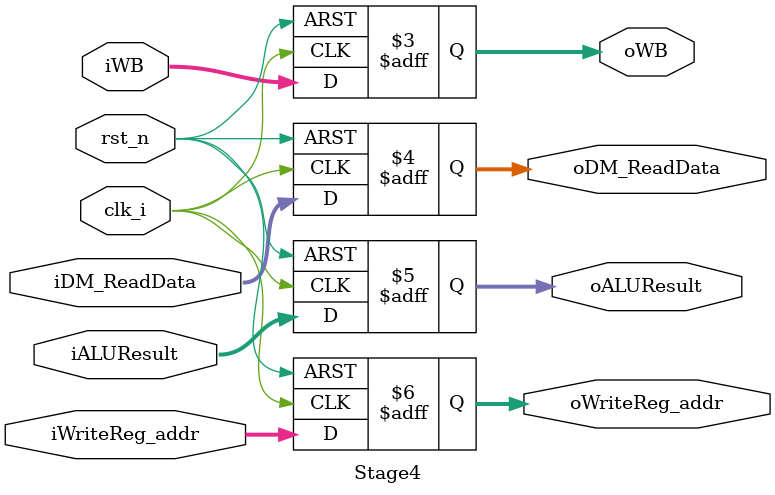
<source format=v>


module Stage1 (clk_i, rst_n, iinstr, iPC_add1, oinstr, oPC_add1);
  
    input clk_i, rst_n;

    input  [32-1:0] iinstr;
    input  [32-1:0] iPC_add1;

    reg [32-1:0] instr;
    reg [32-1:0] PC_add1;

    output reg [32-1:0] oinstr;
    output reg [32-1:0] oPC_add1;


    always @(posedge clk_i or negedge rst_n) begin

        if(~rst_n) begin
            oinstr <= 0;
            oPC_add1 <= 0;
        end
        else if(clk_i) begin
            oinstr <= iinstr;
            oPC_add1 <= iPC_add1;
        
        end

    end

endmodule

module Stage2 (clk_i, rst_n, iWB, iM, iEX, iinstr, iPC_add1, iReadData1, iReadData2, isignextend, oWB, oM, oEX,  oi1, oi2, oPC_add1, oReadData1, oReadData2, osignextend);

    input clk_i, rst_n;

    input  [1:0] iWB;
    input  [2:0] iM;
    input  [4:0] iEX;
    input  [32-1:0] iinstr;
    input  [32-1:0] iPC_add1;
    input  [32-1:0] iReadData1;
    input  [32-1:0] iReadData2;
    input  [32-1:0] isignextend;

    reg [1:0] WB; //RegWrite, MemtoReg
    reg [2:0] M; //Branch, MemRead, MemWrite
    reg [4:0] EX; //RegDst, ALUop[2:0], ALUsrc
    reg [32-1:0] instr;
    reg [32-1:0] PC_add1;
    reg [32-1:0] ReadData1;
    reg [32-1:0] ReadData2;
    reg [32-1:0] signextend;


    output reg [1:0] oWB;
    output reg [2:0] oM;
    output reg [4:0] oEX;
    output reg [4:0] oi1, oi2;
    output reg [32-1:0] oPC_add1;
    output reg [32-1:0] oReadData1;
    output reg [32-1:0] oReadData2;
    output reg [32-1:0] osignextend;


    always @(posedge clk_i or negedge rst_n ) begin
        if(~rst_n) begin
            oWB <= 0;
            oM  <= 0;
            oEX <= 0;
            oi1 <= 0;
            oi2 <= 0;
            oPC_add1 <= 0;
            oReadData1 <= 0;
            oReadData2 <= 0;
            osignextend <= 0;
        end
        else if(clk_i) begin
            oi1 <= iinstr[20:16];
            oi2 <= iinstr[15:11];

            oPC_add1 <= iPC_add1;
            oWB <= iWB;
            oM <= iM;
            oEX <= iEX;
            oReadData1 <= iReadData1;
            oReadData2 <= iReadData2;
            osignextend <= isignextend;
       
        end
    end
endmodule

module Stage3 (clk_i, rst_n, iWB, iM, iPC_add2, izero, iALUResult, iReadData2, iWriteReg_addr, oWB, oM, oPC_add2, ozero, oALUResult, oReadData2, oWriteReg_addr);

    input clk_i, rst_n;

    input  [1:0]    iWB;
    input  [2:0]    iM;
    input  [32-1:0] iPC_add2;
    input           izero;
    input  [32-1:0] iALUResult;
    input  [32-1:0] iReadData2;
    input  [5-1:0]  iWriteReg_addr;

    reg [1:0]    WB; //RegWrite, MemtoReg
    reg [2:0]    M; //Branch, MemRead, MemWrite
    reg [32-1:0] PC_add2;
    reg          zero;
    reg [32-1:0] ALUResult;
    reg [32-1:0] ReadData2;
    reg [5-1:0]  WriteReg_addr;

    output reg [1:0] oWB;
    output reg [2:0] oM;
    output reg [32-1:0] oPC_add2;
    output reg          ozero;
    output reg [32-1:0] oALUResult;
    output reg [32-1:0] oReadData2;
    output reg [5-1:0]  oWriteReg_addr;

   
    always @(posedge clk_i or negedge rst_n ) begin
        if(~rst_n) begin
            oWB <= 0;
            oM  <= 0;
            oPC_add2 <= 0;
            ozero <= 0;
            oALUResult <= 0;
            oReadData2 <= 0;
            oWriteReg_addr <= 0;
        end

        else if(clk_i) begin
            oWB <= iWB;
            oM <= iM;
            oPC_add2 <= iPC_add2;
            ozero <= izero;
            oALUResult <= iALUResult;
            oReadData2 <= iReadData2;
            oWriteReg_addr <= iWriteReg_addr;
       
        end
    end
endmodule

module Stage4 (clk_i, rst_n, iWB, iDM_ReadData, iALUResult, iWriteReg_addr, oWB, oDM_ReadData, oALUResult, oWriteReg_addr);

    input clk_i, rst_n;

    input  [1:0]    iWB;
    input  [32-1:0] iDM_ReadData;
    input  [32-1:0] iALUResult;
    input  [5-1:0]  iWriteReg_addr;

    reg [1:0]    WB; //RegWrite, MemtoReg
    reg [32-1:0] DM_ReadData;
    reg [32-1:0] ALUResult;
    reg [5-1:0]  WriteReg_addr;

    output reg [1:0]    oWB; //RegWrite, MemtoReg
    output reg [32-1:0] oDM_ReadData;
    output reg [32-1:0] oALUResult;
    output reg [5-1:0]  oWriteReg_addr;


    always @(posedge clk_i or negedge rst_n ) begin
        if(~rst_n) begin
            oWB <= 0;
            oDM_ReadData <= 0;
            oALUResult <= 0;
            oWriteReg_addr <= 0;
        end
        else if(clk_i) begin
            oWB <= iWB;
            oDM_ReadData <= iDM_ReadData;
            oALUResult <= iALUResult;
            oWriteReg_addr <= iWriteReg_addr;
        end
    end
endmodule

</source>
